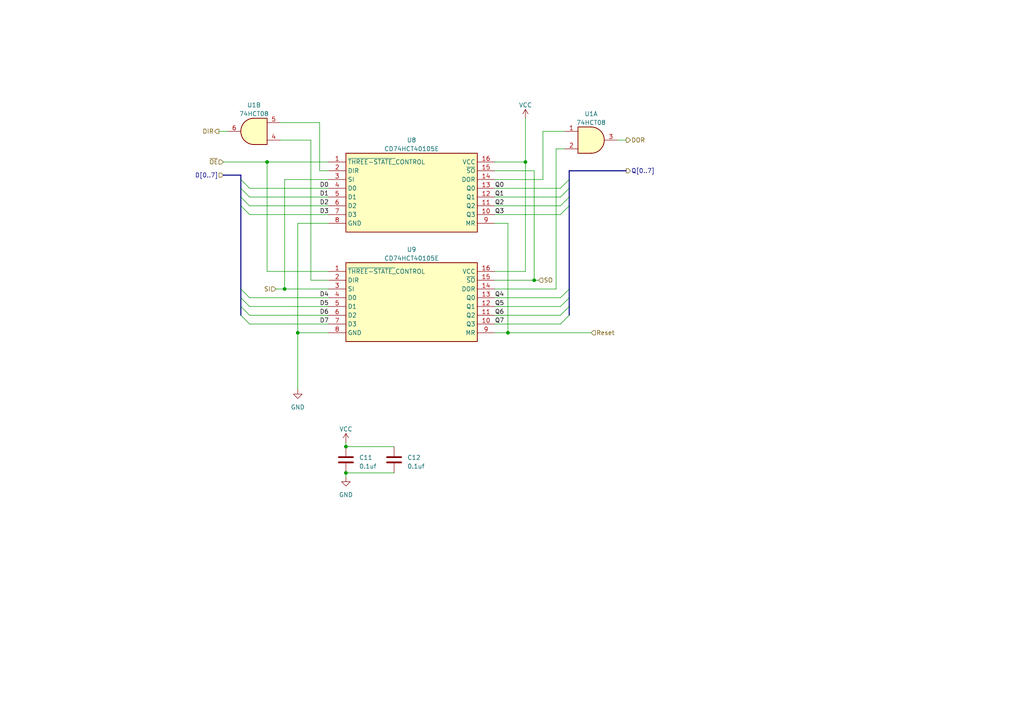
<source format=kicad_sch>
(kicad_sch (version 20231120) (generator "eeschema") (generator_version "8.0")
  (paper "A4")
  (lib_symbols
    (symbol "74xx:74LS08" (pin_names (offset 1.016))
      (property "Reference" "U" (at 0 1.27 0))
      (property "Value" "74LS08" (at 0 -1.27 0))
      (symbol "74LS08_1_1"
        (arc (start 0 -3.81) (mid 3.7934 0) (end 0 3.81) (stroke (width 0.254)) (fill (type background)))
        (polyline (pts (xy 0 3.81) (xy -3.81 3.81) (xy -3.81 -3.81) (xy 0 -3.81)) (stroke (width 0.254)) (fill (type background)))
        (pin input line (at -7.62 2.54 0) (length 3.81) (name "~") (number "1"))
        (pin input line (at -7.62 -2.54 0) (length 3.81) (name "~") (number "2"))
        (pin output line (at 7.62 0 180) (length 3.81) (name "~") (number "3"))
      )
      (symbol "74LS08_1_2"
        (arc (start -3.81 -3.81) (mid -2.589 0) (end -3.81 3.81) (stroke (width 0.254)))
        (arc (start -0.6096 -3.81) (mid 2.1842 -2.5851) (end 3.81 0) (stroke (width 0.254)) (fill (type background)))
        (polyline (pts (xy -3.81 -3.81) (xy -0.635 -3.81)) (stroke (width 0.254)) (fill (type background)))
        (polyline (pts (xy -3.81 3.81) (xy -0.635 3.81)) (stroke (width 0.254)) (fill (type background)))
        (polyline (pts (xy -0.635 3.81) (xy -3.81 3.81) (xy -3.81 3.81) (xy -3.556 3.4036) (xy -3.0226 2.2606) (xy -2.6924 1.0414) (xy -2.6162 -0.254) (xy -2.7686 -1.4986) (xy -3.175 -2.7178) (xy -3.81 -3.81) (xy -3.81 -3.81) (xy -0.635 -3.81)) (stroke (width -25.4)) (fill (type background)))
        (arc (start 3.81 0) (mid 2.1915 2.5936) (end -0.6096 3.81) (stroke (width 0.254)) (fill (type background)))
        (pin input inverted (at -7.62 2.54 0) (length 4.318) (name "~") (number "1"))
        (pin input inverted (at -7.62 -2.54 0) (length 4.318) (name "~") (number "2"))
        (pin output inverted (at 7.62 0 180) (length 3.81) (name "~") (number "3"))
      )
      (symbol "74LS08_2_1"
        (arc (start 0 -3.81) (mid 3.7934 0) (end 0 3.81) (stroke (width 0.254)) (fill (type background)))
        (polyline (pts (xy 0 3.81) (xy -3.81 3.81) (xy -3.81 -3.81) (xy 0 -3.81)) (stroke (width 0.254)) (fill (type background)))
        (pin input line (at -7.62 2.54 0) (length 3.81) (name "~") (number "4"))
        (pin input line (at -7.62 -2.54 0) (length 3.81) (name "~") (number "5"))
        (pin output line (at 7.62 0 180) (length 3.81) (name "~") (number "6"))
      )
      (symbol "74LS08_2_2"
        (arc (start -3.81 -3.81) (mid -2.589 0) (end -3.81 3.81) (stroke (width 0.254)))
        (arc (start -0.6096 -3.81) (mid 2.1842 -2.5851) (end 3.81 0) (stroke (width 0.254)) (fill (type background)))
        (polyline (pts (xy -3.81 -3.81) (xy -0.635 -3.81)) (stroke (width 0.254)) (fill (type background)))
        (polyline (pts (xy -3.81 3.81) (xy -0.635 3.81)) (stroke (width 0.254)) (fill (type background)))
        (polyline (pts (xy -0.635 3.81) (xy -3.81 3.81) (xy -3.81 3.81) (xy -3.556 3.4036) (xy -3.0226 2.2606) (xy -2.6924 1.0414) (xy -2.6162 -0.254) (xy -2.7686 -1.4986) (xy -3.175 -2.7178) (xy -3.81 -3.81) (xy -3.81 -3.81) (xy -0.635 -3.81)) (stroke (width -25.4)) (fill (type background)))
        (arc (start 3.81 0) (mid 2.1915 2.5936) (end -0.6096 3.81) (stroke (width 0.254)) (fill (type background)))
        (pin input inverted (at -7.62 2.54 0) (length 4.318) (name "~") (number "4"))
        (pin input inverted (at -7.62 -2.54 0) (length 4.318) (name "~") (number "5"))
        (pin output inverted (at 7.62 0 180) (length 3.81) (name "~") (number "6"))
      )
      (symbol "74LS08_3_1"
        (arc (start 0 -3.81) (mid 3.7934 0) (end 0 3.81) (stroke (width 0.254)) (fill (type background)))
        (polyline (pts (xy 0 3.81) (xy -3.81 3.81) (xy -3.81 -3.81) (xy 0 -3.81)) (stroke (width 0.254)) (fill (type background)))
        (pin input line (at -7.62 -2.54 0) (length 3.81) (name "~") (number "10"))
        (pin output line (at 7.62 0 180) (length 3.81) (name "~") (number "8"))
        (pin input line (at -7.62 2.54 0) (length 3.81) (name "~") (number "9"))
      )
      (symbol "74LS08_3_2"
        (arc (start -3.81 -3.81) (mid -2.589 0) (end -3.81 3.81) (stroke (width 0.254)))
        (arc (start -0.6096 -3.81) (mid 2.1842 -2.5851) (end 3.81 0) (stroke (width 0.254)) (fill (type background)))
        (polyline (pts (xy -3.81 -3.81) (xy -0.635 -3.81)) (stroke (width 0.254)) (fill (type background)))
        (polyline (pts (xy -3.81 3.81) (xy -0.635 3.81)) (stroke (width 0.254)) (fill (type background)))
        (polyline (pts (xy -0.635 3.81) (xy -3.81 3.81) (xy -3.81 3.81) (xy -3.556 3.4036) (xy -3.0226 2.2606) (xy -2.6924 1.0414) (xy -2.6162 -0.254) (xy -2.7686 -1.4986) (xy -3.175 -2.7178) (xy -3.81 -3.81) (xy -3.81 -3.81) (xy -0.635 -3.81)) (stroke (width -25.4)) (fill (type background)))
        (arc (start 3.81 0) (mid 2.1915 2.5936) (end -0.6096 3.81) (stroke (width 0.254)) (fill (type background)))
        (pin input inverted (at -7.62 -2.54 0) (length 4.318) (name "~") (number "10"))
        (pin output inverted (at 7.62 0 180) (length 3.81) (name "~") (number "8"))
        (pin input inverted (at -7.62 2.54 0) (length 4.318) (name "~") (number "9"))
      )
      (symbol "74LS08_4_1"
        (arc (start 0 -3.81) (mid 3.7934 0) (end 0 3.81) (stroke (width 0.254)) (fill (type background)))
        (polyline (pts (xy 0 3.81) (xy -3.81 3.81) (xy -3.81 -3.81) (xy 0 -3.81)) (stroke (width 0.254)) (fill (type background)))
        (pin output line (at 7.62 0 180) (length 3.81) (name "~") (number "11"))
        (pin input line (at -7.62 2.54 0) (length 3.81) (name "~") (number "12"))
        (pin input line (at -7.62 -2.54 0) (length 3.81) (name "~") (number "13"))
      )
      (symbol "74LS08_4_2"
        (arc (start -3.81 -3.81) (mid -2.589 0) (end -3.81 3.81) (stroke (width 0.254)))
        (arc (start -0.6096 -3.81) (mid 2.1842 -2.5851) (end 3.81 0) (stroke (width 0.254)) (fill (type background)))
        (polyline (pts (xy -3.81 -3.81) (xy -0.635 -3.81)) (stroke (width 0.254)) (fill (type background)))
        (polyline (pts (xy -3.81 3.81) (xy -0.635 3.81)) (stroke (width 0.254)) (fill (type background)))
        (polyline (pts (xy -0.635 3.81) (xy -3.81 3.81) (xy -3.81 3.81) (xy -3.556 3.4036) (xy -3.0226 2.2606) (xy -2.6924 1.0414) (xy -2.6162 -0.254) (xy -2.7686 -1.4986) (xy -3.175 -2.7178) (xy -3.81 -3.81) (xy -3.81 -3.81) (xy -0.635 -3.81)) (stroke (width -25.4)) (fill (type background)))
        (arc (start 3.81 0) (mid 2.1915 2.5936) (end -0.6096 3.81) (stroke (width 0.254)) (fill (type background)))
        (pin output inverted (at 7.62 0 180) (length 3.81) (name "~") (number "11"))
        (pin input inverted (at -7.62 2.54 0) (length 4.318) (name "~") (number "12"))
        (pin input inverted (at -7.62 -2.54 0) (length 4.318) (name "~") (number "13"))
      )
      (symbol "74LS08_5_0"
        (pin power_in line (at 0 12.7 270) (length 5.08) (name "VCC") (number "14"))
        (pin power_in line (at 0 -12.7 90) (length 5.08) (name "GND") (number "7"))
      )
      (symbol "74LS08_5_1"
        (rectangle (start -5.08 7.62) (end 5.08 -7.62) (stroke (width 0.254)) (fill (type background)))
      )
    )
    (symbol "CD74HCT40105E:CD74HCT40105E"
      (property "Reference" "IC" (at 44.45 7.62 0))
      (property "Value" "CD74HCT40105E" (at 44.45 5.08 0))
      (symbol "CD74HCT40105E_1_1"
        (rectangle (start 5.08 2.54) (end 43.18 -20.32) (stroke (width 0.254)) (fill (type background)))
        (pin passive line (at 0 0 0) (length 5.08) (name "~{THREE-STATE_}CONTROL") (number "1"))
        (pin passive line (at 48.26 -15.24 180) (length 5.08) (name "Q3") (number "10"))
        (pin passive line (at 48.26 -12.7 180) (length 5.08) (name "Q2") (number "11"))
        (pin passive line (at 48.26 -10.16 180) (length 5.08) (name "Q1") (number "12"))
        (pin passive line (at 48.26 -7.62 180) (length 5.08) (name "Q0") (number "13"))
        (pin passive line (at 48.26 -5.08 180) (length 5.08) (name "DOR") (number "14"))
        (pin passive line (at 48.26 -2.54 180) (length 5.08) (name "~{SO}") (number "15"))
        (pin passive line (at 48.26 0 180) (length 5.08) (name "VCC") (number "16"))
        (pin passive line (at 0 -2.54 0) (length 5.08) (name "DIR") (number "2"))
        (pin passive line (at 0 -5.08 0) (length 5.08) (name "SI") (number "3"))
        (pin passive line (at 0 -7.62 0) (length 5.08) (name "D0") (number "4"))
        (pin passive line (at 0 -10.16 0) (length 5.08) (name "D1") (number "5"))
        (pin passive line (at 0 -12.7 0) (length 5.08) (name "D2") (number "6"))
        (pin passive line (at 0 -15.24 0) (length 5.08) (name "D3") (number "7"))
        (pin passive line (at 0 -17.78 0) (length 5.08) (name "GND") (number "8"))
        (pin passive line (at 48.26 -17.78 180) (length 5.08) (name "MR") (number "9"))
      )
    )
    (symbol "Device:C" (pin_numbers hide) (pin_names (offset 0.254))
      (property "Reference" "C" (at 0.635 2.54 0))
      (property "Value" "C" (at 0.635 -2.54 0))
      (symbol "C_0_1"
        (polyline (pts (xy -2.032 -0.762) (xy 2.032 -0.762)) (stroke (width 0.508)))
        (polyline (pts (xy -2.032 0.762) (xy 2.032 0.762)) (stroke (width 0.508)))
      )
      (symbol "C_1_1"
        (pin passive line (at 0 3.81 270) (length 2.794) (name "~") (number "1"))
        (pin passive line (at 0 -3.81 90) (length 2.794) (name "~") (number "2"))
      )
    )
    (symbol "power:GND" (power) (pin_names (offset 0))
      (property "Value" "GND" (at 0 -3.81 0))
      (symbol "GND_0_1"
        (polyline (pts (xy 0 0) (xy 0 -1.27) (xy 1.27 -1.27) (xy 0 -2.54) (xy -1.27 -1.27) (xy 0 -1.27)))
      )
      (symbol "GND_1_1"
        (pin power_in line (at 0 0 270) (length 0) hide (name "GND") (number "1"))
      )
    )
    (symbol "power:VCC" (power) (pin_names (offset 0))
      (property "Value" "VCC" (at 0 3.81 0))
      (symbol "VCC_0_1"
        (polyline (pts (xy -0.762 1.27) (xy 0 2.54)))
        (polyline (pts (xy 0 0) (xy 0 2.54)))
        (polyline (pts (xy 0 2.54) (xy 0.762 1.27)))
      )
      (symbol "VCC_1_1"
        (pin power_in line (at 0 0 90) (length 0) hide (name "VCC") (number "1"))
      )
    )
  )
  (junction (at 86.36 96.52))
  (junction (at 100.33 137.16))
  (junction (at 154.94 81.28))
  (junction (at 77.47 46.99))
  (junction (at 152.4 46.99))
  (junction (at 100.33 129.54))
  (junction (at 82.55 83.82))
  (junction (at 147.32 96.52))
  (bus_entry (at 69.85 83.82) (size 2.54 2.54))
  (bus_entry (at 69.85 54.61) (size 2.54 2.54))
  (bus_entry (at 69.85 59.69) (size 2.54 2.54))
  (bus_entry (at 165.1 57.15) (size -2.54 2.54))
  (bus_entry (at 69.85 91.44) (size 2.54 2.54))
  (bus_entry (at 165.1 59.69) (size -2.54 2.54))
  (bus_entry (at 69.85 57.15) (size 2.54 2.54))
  (bus_entry (at 165.1 52.07) (size -2.54 2.54))
  (bus_entry (at 165.1 88.9) (size -2.54 2.54))
  (bus_entry (at 69.85 86.36) (size 2.54 2.54))
  (bus_entry (at 165.1 83.82) (size -2.54 2.54))
  (bus_entry (at 165.1 86.36) (size -2.54 2.54))
  (bus_entry (at 165.1 54.61) (size -2.54 2.54))
  (bus_entry (at 69.85 88.9) (size 2.54 2.54))
  (bus_entry (at 69.85 52.07) (size 2.54 2.54))
  (bus_entry (at 165.1 91.44) (size -2.54 2.54))
  (wire (pts (xy 77.47 46.99) (xy 95.25 46.99)))
  (wire (pts (xy 143.51 64.77) (xy 147.32 64.77)))
  (wire (pts (xy 86.36 96.52) (xy 95.25 96.52)))
  (wire (pts (xy 143.51 49.53) (xy 154.94 49.53)))
  (wire (pts (xy 147.32 64.77) (xy 147.32 96.52)))
  (wire (pts (xy 100.33 137.16) (xy 100.33 138.43)))
  (bus (pts (xy 69.85 50.8) (xy 69.85 52.07)))
  (wire (pts (xy 162.56 62.23) (xy 143.51 62.23)))
  (bus (pts (xy 165.1 49.53) (xy 165.1 52.07)))
  (wire (pts (xy 143.51 91.44) (xy 162.56 91.44)))
  (wire (pts (xy 90.17 81.28) (xy 90.17 40.64)))
  (wire (pts (xy 80.01 83.82) (xy 82.55 83.82)))
  (wire (pts (xy 64.77 46.99) (xy 77.47 46.99)))
  (wire (pts (xy 82.55 83.82) (xy 95.25 83.82)))
  (wire (pts (xy 72.39 62.23) (xy 95.25 62.23)))
  (bus (pts (xy 69.85 57.15) (xy 69.85 59.69)))
  (wire (pts (xy 181.61 40.64) (xy 179.07 40.64)))
  (bus (pts (xy 165.1 54.61) (xy 165.1 57.15)))
  (wire (pts (xy 143.51 57.15) (xy 162.56 57.15)))
  (bus (pts (xy 69.85 88.9) (xy 69.85 91.44)))
  (bus (pts (xy 165.1 59.69) (xy 165.1 83.82)))
  (wire (pts (xy 95.25 78.74) (xy 77.47 78.74)))
  (wire (pts (xy 157.48 52.07) (xy 157.48 38.1)))
  (wire (pts (xy 147.32 96.52) (xy 171.45 96.52)))
  (wire (pts (xy 95.25 64.77) (xy 86.36 64.77)))
  (wire (pts (xy 72.39 93.98) (xy 95.25 93.98)))
  (wire (pts (xy 143.51 86.36) (xy 162.56 86.36)))
  (wire (pts (xy 95.25 52.07) (xy 82.55 52.07)))
  (wire (pts (xy 72.39 59.69) (xy 95.25 59.69)))
  (wire (pts (xy 90.17 40.64) (xy 81.28 40.64)))
  (wire (pts (xy 63.5 38.1) (xy 66.04 38.1)))
  (bus (pts (xy 165.1 83.82) (xy 165.1 86.36)))
  (wire (pts (xy 143.51 96.52) (xy 147.32 96.52)))
  (wire (pts (xy 154.94 49.53) (xy 154.94 81.28)))
  (bus (pts (xy 165.1 86.36) (xy 165.1 88.9)))
  (wire (pts (xy 143.51 52.07) (xy 157.48 52.07)))
  (bus (pts (xy 69.85 59.69) (xy 69.85 83.82)))
  (wire (pts (xy 143.51 81.28) (xy 154.94 81.28)))
  (wire (pts (xy 143.51 59.69) (xy 162.56 59.69)))
  (wire (pts (xy 86.36 96.52) (xy 86.36 113.03)))
  (wire (pts (xy 161.29 43.18) (xy 163.83 43.18)))
  (wire (pts (xy 114.3 129.54) (xy 100.33 129.54)))
  (wire (pts (xy 95.25 81.28) (xy 90.17 81.28)))
  (bus (pts (xy 64.77 50.8) (xy 69.85 50.8)))
  (wire (pts (xy 72.39 91.44) (xy 95.25 91.44)))
  (bus (pts (xy 69.85 83.82) (xy 69.85 86.36)))
  (wire (pts (xy 72.39 57.15) (xy 95.25 57.15)))
  (bus (pts (xy 69.85 54.61) (xy 69.85 57.15)))
  (wire (pts (xy 100.33 129.54) (xy 100.33 128.27)))
  (wire (pts (xy 154.94 81.28) (xy 156.21 81.28)))
  (wire (pts (xy 86.36 64.77) (xy 86.36 96.52)))
  (wire (pts (xy 143.51 78.74) (xy 152.4 78.74)))
  (bus (pts (xy 69.85 86.36) (xy 69.85 88.9)))
  (wire (pts (xy 77.47 78.74) (xy 77.47 46.99)))
  (wire (pts (xy 72.39 54.61) (xy 95.25 54.61)))
  (wire (pts (xy 82.55 52.07) (xy 82.55 83.82)))
  (bus (pts (xy 165.1 57.15) (xy 165.1 59.69)))
  (wire (pts (xy 143.51 83.82) (xy 161.29 83.82)))
  (wire (pts (xy 157.48 38.1) (xy 163.83 38.1)))
  (wire (pts (xy 161.29 83.82) (xy 161.29 43.18)))
  (bus (pts (xy 69.85 52.07) (xy 69.85 54.61)))
  (wire (pts (xy 72.39 86.36) (xy 95.25 86.36)))
  (wire (pts (xy 72.39 88.9) (xy 95.25 88.9)))
  (wire (pts (xy 152.4 78.74) (xy 152.4 46.99)))
  (bus (pts (xy 165.1 88.9) (xy 165.1 91.44)))
  (wire (pts (xy 143.51 88.9) (xy 162.56 88.9)))
  (wire (pts (xy 92.71 35.56) (xy 81.28 35.56)))
  (wire (pts (xy 114.3 137.16) (xy 100.33 137.16)))
  (wire (pts (xy 162.56 54.61) (xy 143.51 54.61)))
  (wire (pts (xy 95.25 49.53) (xy 92.71 49.53)))
  (wire (pts (xy 143.51 93.98) (xy 162.56 93.98)))
  (bus (pts (xy 181.61 49.53) (xy 165.1 49.53)))
  (bus (pts (xy 165.1 52.07) (xy 165.1 54.61)))
  (wire (pts (xy 152.4 34.29) (xy 152.4 46.99)))
  (wire (pts (xy 152.4 46.99) (xy 143.51 46.99)))
  (wire (pts (xy 92.71 49.53) (xy 92.71 35.56)))
  (label "D6" (at 92.71 91.44 0))
  (label "D0" (at 92.71 54.61 0))
  (label "D3" (at 92.71 62.23 0))
  (label "Q4" (at 143.51 86.36 0))
  (label "Q5" (at 143.51 88.9 0))
  (label "Q6" (at 143.51 91.44 0))
  (label "Q1" (at 143.51 57.15 0))
  (label "Q3" (at 143.51 62.23 0))
  (label "Q7" (at 143.51 93.98 0))
  (label "D1" (at 92.71 57.15 0))
  (label "D5" (at 92.71 88.9 0))
  (label "D2" (at 92.71 59.69 0))
  (label "D4" (at 92.71 86.36 0))
  (label "Q0" (at 143.51 54.61 0))
  (label "Q2" (at 143.51 59.69 0))
  (label "D7" (at 92.71 93.98 0))
  (hierarchical_label "Reset" (shape input) (at 171.45 96.52 0))
  (hierarchical_label "SO" (shape input) (at 156.21 81.28 0))
  (hierarchical_label "DIR" (shape output) (at 63.5 38.1 180))
  (hierarchical_label "Q[0..7]" (shape output) (at 181.61 49.53 0))
  (hierarchical_label "~{OE}" (shape input) (at 64.77 46.99 180))
  (hierarchical_label "SI" (shape input) (at 80.01 83.82 180))
  (hierarchical_label "DOR" (shape output) (at 181.61 40.64 0))
  (hierarchical_label "D[0..7]" (shape input) (at 64.77 50.8 180))
  (symbol (lib_id "power:VCC") (at 100.33 128.27 0) (unit 1)
    (property "Reference" "#PWR026" (effects (hide yes)))
    (property "Value" "VCC" (at 100.33 124.46 0))
    (instances (project "uart" (path "" (reference "#PWR026") (unit 1)) (path "" (reference "#PWR030") (unit 1))))
  )
  (symbol (lib_id "power:GND") (at 86.36 113.03 0) (unit 1)
    (property "Reference" "#PWR025" (effects (hide yes)))
    (property "Value" "GND" (at 86.36 118.11 0))
    (instances (project "uart" (path "" (reference "#PWR025") (unit 1)) (path "" (reference "#PWR029") (unit 1))))
  )
  (symbol (lib_id "Device:C") (at 100.33 133.35 0) (unit 1)
    (property "Reference" "C11" (at 104.14 132.715 0) (effects (justify left)))
    (property "Value" "0.1uf" (at 104.14 135.255 0) (effects (justify left)))
    (property "Footprint" "Capacitor_THT:C_Disc_D3.8mm_W2.6mm_P2.50mm" (effects (hide yes)))
    (instances (project "uart" (path "" (reference "C11") (unit 1)) (path "" (reference "C13") (unit 1))))
  )
  (symbol (lib_id "CD74HCT40105E:CD74HCT40105E") (at 95.25 78.74 0) (unit 1)
    (property "Reference" "U9" (at 119.38 72.39 0))
    (property "Value" "CD74HCT40105E" (at 119.38 74.93 0))
    (property "Footprint" "Package_DIP:DIP-16_W7.62mm" (effects (hide yes)))
    (property "Datasheet" "http://www.ti.com/lit/ds/symlink/cd74hct40105.pdf" (effects (hide yes)))
    (property "Height" "5.08" (effects (hide yes)))
    (property "Manufacturer_Name" "Texas Instruments" (effects (hide yes)))
    (property "Manufacturer_Part_Number" "CD74HCT40105E" (effects (hide yes)))
    (property "Mouser Part Number" "595-CD74HCT40105E" (effects (hide yes)))
    (property "Mouser Price/Stock" "https://www.mouser.com/Search/Refine.aspx?Keyword=595-CD74HCT40105E" (effects (hide yes)))
    (property "Arrow Part Number" "CD74HCT40105E" (effects (hide yes)))
    (property "Arrow Price/Stock" "https://www.arrow.com/en/products/cd74hct40105e/texas-instruments" (effects (hide yes)))
    (instances (project "uart" (path "" (reference "U9") (unit 1)) (path "" (reference "U14") (unit 1))))
  )
  (symbol (lib_id "Device:C") (at 114.3 133.35 0) (unit 1)
    (property "Reference" "C12" (at 118.11 132.715 0) (effects (justify left)))
    (property "Value" "0.1uf" (at 118.11 135.255 0) (effects (justify left)))
    (property "Footprint" "Capacitor_THT:C_Disc_D3.8mm_W2.6mm_P2.50mm" (effects (hide yes)))
    (instances (project "uart" (path "" (reference "C12") (unit 1)) (path "" (reference "C14") (unit 1))))
  )
  (symbol (lib_id "74xx:74LS08") (at 73.66 38.1 180) (unit 2)
    (property "Reference" "U1" (at 73.6683 30.48 0))
    (property "Value" "74HCT08" (at 73.6683 33.02 0))
    (property "Footprint" "Package_DIP:DIP-14_W7.62mm" (effects (hide yes)))
    (property "Datasheet" "http://www.ti.com/lit/gpn/sn74LS08" (effects (hide yes)))
    (instances (project "uart" (path "" (reference "U1") (unit 2)) (path "" (reference "U1") (unit 3))))
  )
  (symbol (lib_id "power:VCC") (at 152.4 34.29 0) (unit 1)
    (property "Reference" "#PWR028" (effects (hide yes)))
    (property "Value" "VCC" (at 152.4 30.48 0))
    (instances (project "uart" (path "" (reference "#PWR028") (unit 1)) (path "" (reference "#PWR032") (unit 1))))
  )
  (symbol (lib_id "power:GND") (at 100.33 138.43 0) (unit 1)
    (property "Reference" "#PWR027" (effects (hide yes)))
    (property "Value" "GND" (at 100.33 143.51 0))
    (instances (project "uart" (path "" (reference "#PWR027") (unit 1)) (path "" (reference "#PWR031") (unit 1))))
  )
  (symbol (lib_id "CD74HCT40105E:CD74HCT40105E") (at 95.25 46.99 0) (unit 1)
    (property "Reference" "U8" (at 119.38 40.64 0))
    (property "Value" "CD74HCT40105E" (at 119.38 43.18 0))
    (property "Footprint" "Package_DIP:DIP-16_W7.62mm" (effects (hide yes)))
    (property "Datasheet" "http://www.ti.com/lit/ds/symlink/cd74hct40105.pdf" (effects (hide yes)))
    (property "Height" "5.08" (effects (hide yes)))
    (property "Manufacturer_Name" "Texas Instruments" (effects (hide yes)))
    (property "Manufacturer_Part_Number" "CD74HCT40105E" (effects (hide yes)))
    (property "Mouser Part Number" "595-CD74HCT40105E" (effects (hide yes)))
    (property "Mouser Price/Stock" "https://www.mouser.com/Search/Refine.aspx?Keyword=595-CD74HCT40105E" (effects (hide yes)))
    (property "Arrow Part Number" "CD74HCT40105E" (effects (hide yes)))
    (property "Arrow Price/Stock" "https://www.arrow.com/en/products/cd74hct40105e/texas-instruments" (effects (hide yes)))
    (instances (project "uart" (path "" (reference "U8") (unit 1)) (path "" (reference "U13") (unit 1))))
  )
  (symbol (lib_id "74xx:74LS08") (at 171.45 40.64 0) (unit 1)
    (property "Reference" "U1" (at 171.4417 33.02 0))
    (property "Value" "74HCT08" (at 171.4417 35.56 0))
    (property "Footprint" "Package_DIP:DIP-14_W7.62mm" (effects (hide yes)))
    (property "Datasheet" "http://www.ti.com/lit/gpn/sn74LS08" (effects (hide yes)))
    (instances (project "uart" (path "" (reference "U1") (unit 1)) (path "" (reference "U1") (unit 4))))
  )
)
</source>
